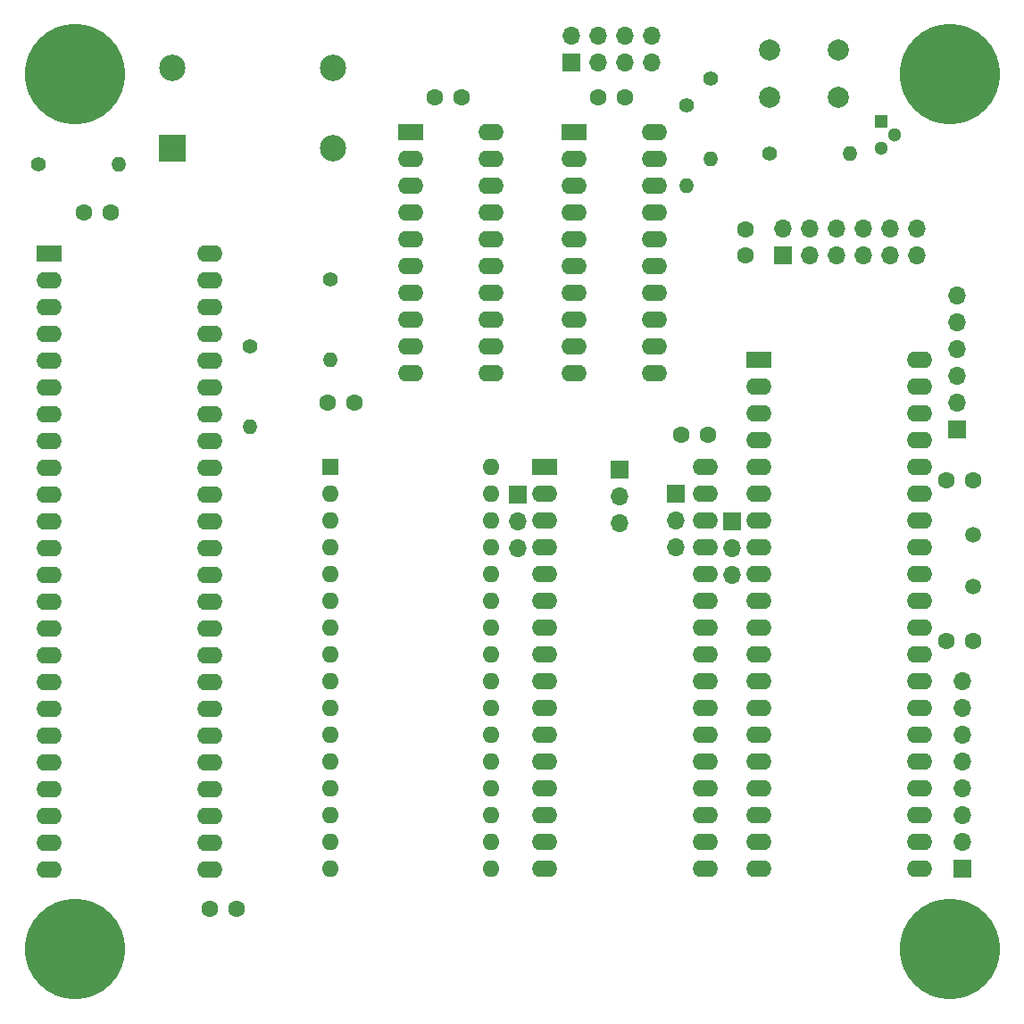
<source format=gbs>
G04 #@! TF.GenerationSoftware,KiCad,Pcbnew,(6.0.1)*
G04 #@! TF.CreationDate,2022-09-14T19:25:53-04:00*
G04 #@! TF.ProjectId,SIMPLE-68008,53494d50-4c45-42d3-9638-3030382e6b69,1*
G04 #@! TF.SameCoordinates,Original*
G04 #@! TF.FileFunction,Soldermask,Bot*
G04 #@! TF.FilePolarity,Negative*
%FSLAX46Y46*%
G04 Gerber Fmt 4.6, Leading zero omitted, Abs format (unit mm)*
G04 Created by KiCad (PCBNEW (6.0.1)) date 2022-09-14 19:25:53*
%MOMM*%
%LPD*%
G01*
G04 APERTURE LIST*
%ADD10R,1.700000X1.700000*%
%ADD11O,1.700000X1.700000*%
%ADD12R,2.400000X1.600000*%
%ADD13O,2.400000X1.600000*%
%ADD14C,1.600000*%
%ADD15C,1.400000*%
%ADD16O,1.400000X1.400000*%
%ADD17R,2.500000X2.500000*%
%ADD18C,2.500000*%
%ADD19C,9.525000*%
%ADD20C,1.500000*%
%ADD21R,1.300000X1.300000*%
%ADD22C,1.300000*%
%ADD23C,2.000000*%
%ADD24R,1.600000X1.600000*%
%ADD25O,1.600000X1.600000*%
G04 APERTURE END LIST*
D10*
X162306000Y-67569000D03*
D11*
X162306000Y-65029000D03*
X164846000Y-67569000D03*
X164846000Y-65029000D03*
X167386000Y-67569000D03*
X167386000Y-65029000D03*
X169926000Y-67569000D03*
X169926000Y-65029000D03*
X172466000Y-67569000D03*
X172466000Y-65029000D03*
X175006000Y-67569000D03*
X175006000Y-65029000D03*
D12*
X160040000Y-77475000D03*
D13*
X160040000Y-80015000D03*
X160040000Y-82555000D03*
X160040000Y-85095000D03*
X160040000Y-87635000D03*
X160040000Y-90175000D03*
X160040000Y-92715000D03*
X160040000Y-95255000D03*
X160040000Y-97795000D03*
X160040000Y-100335000D03*
X160040000Y-102875000D03*
X160040000Y-105415000D03*
X160040000Y-107955000D03*
X160040000Y-110495000D03*
X160040000Y-113035000D03*
X160040000Y-115575000D03*
X160040000Y-118115000D03*
X160040000Y-120655000D03*
X160040000Y-123195000D03*
X160040000Y-125735000D03*
X175280000Y-125735000D03*
X175280000Y-123195000D03*
X175280000Y-120655000D03*
X175280000Y-118115000D03*
X175280000Y-115575000D03*
X175280000Y-113035000D03*
X175280000Y-110495000D03*
X175280000Y-107955000D03*
X175280000Y-105415000D03*
X175280000Y-102875000D03*
X175280000Y-100335000D03*
X175280000Y-97795000D03*
X175280000Y-95255000D03*
X175280000Y-92715000D03*
X175280000Y-90175000D03*
X175280000Y-87635000D03*
X175280000Y-85095000D03*
X175280000Y-82555000D03*
X175280000Y-80015000D03*
X175280000Y-77475000D03*
D10*
X146812000Y-87884000D03*
D11*
X146812000Y-90424000D03*
X146812000Y-92964000D03*
D14*
X119146000Y-81534000D03*
X121646000Y-81534000D03*
D15*
X161036000Y-57912000D03*
D16*
X168656000Y-57912000D03*
D17*
X104394000Y-57404000D03*
D18*
X119634000Y-57404000D03*
X119634000Y-49784000D03*
X104394000Y-49784000D03*
D14*
X110490000Y-129540000D03*
X107990000Y-129540000D03*
D19*
X95150000Y-50350000D03*
D14*
X180340000Y-88900000D03*
X177840000Y-88900000D03*
D15*
X111760000Y-76200000D03*
D16*
X111760000Y-83820000D03*
D14*
X129306000Y-52578000D03*
X131806000Y-52578000D03*
D12*
X142504000Y-55885000D03*
D13*
X142504000Y-58425000D03*
X142504000Y-60965000D03*
X142504000Y-63505000D03*
X142504000Y-66045000D03*
X142504000Y-68585000D03*
X142504000Y-71125000D03*
X142504000Y-73665000D03*
X142504000Y-76205000D03*
X142504000Y-78745000D03*
X150124000Y-78745000D03*
X150124000Y-76205000D03*
X150124000Y-73665000D03*
X150124000Y-71125000D03*
X150124000Y-68585000D03*
X150124000Y-66045000D03*
X150124000Y-63505000D03*
X150124000Y-60965000D03*
X150124000Y-58425000D03*
X150124000Y-55885000D03*
D10*
X142250000Y-49281000D03*
D11*
X142250000Y-46741000D03*
X144790000Y-49281000D03*
X144790000Y-46741000D03*
X147330000Y-49281000D03*
X147330000Y-46741000D03*
X149870000Y-49281000D03*
X149870000Y-46741000D03*
D14*
X152674000Y-84582000D03*
X155174000Y-84582000D03*
D12*
X92730000Y-67320000D03*
D13*
X92730000Y-69860000D03*
X92730000Y-72400000D03*
X92730000Y-74940000D03*
X92730000Y-77480000D03*
X92730000Y-80020000D03*
X92730000Y-82560000D03*
X92730000Y-85100000D03*
X92730000Y-87640000D03*
X92730000Y-90180000D03*
X92730000Y-92720000D03*
X92730000Y-95260000D03*
X92730000Y-97800000D03*
X92730000Y-100340000D03*
X92730000Y-102880000D03*
X92730000Y-105420000D03*
X92730000Y-107960000D03*
X92730000Y-110500000D03*
X92730000Y-113040000D03*
X92730000Y-115580000D03*
X92730000Y-118120000D03*
X92730000Y-120660000D03*
X92730000Y-123200000D03*
X92730000Y-125740000D03*
X107970000Y-125740000D03*
X107970000Y-123200000D03*
X107970000Y-120660000D03*
X107970000Y-118120000D03*
X107970000Y-115580000D03*
X107970000Y-113040000D03*
X107970000Y-110500000D03*
X107970000Y-107960000D03*
X107970000Y-105420000D03*
X107970000Y-102880000D03*
X107970000Y-100340000D03*
X107970000Y-97800000D03*
X107970000Y-95260000D03*
X107970000Y-92720000D03*
X107970000Y-90180000D03*
X107970000Y-87640000D03*
X107970000Y-85100000D03*
X107970000Y-82560000D03*
X107970000Y-80020000D03*
X107970000Y-77480000D03*
X107970000Y-74940000D03*
X107970000Y-72400000D03*
X107970000Y-69860000D03*
X107970000Y-67320000D03*
D15*
X91694000Y-58928000D03*
D16*
X99314000Y-58928000D03*
D14*
X180340000Y-104140000D03*
X177840000Y-104140000D03*
X158750000Y-67544000D03*
X158750000Y-65044000D03*
D19*
X95150000Y-133350000D03*
D15*
X155448000Y-50800000D03*
D16*
X155448000Y-58420000D03*
D20*
X180340000Y-94070000D03*
X180340000Y-98950000D03*
D10*
X152146000Y-90170000D03*
D11*
X152146000Y-92710000D03*
X152146000Y-95250000D03*
D21*
X171598000Y-54864000D03*
D22*
X172868000Y-56134000D03*
X171598000Y-57404000D03*
D12*
X127010000Y-55885000D03*
D13*
X127010000Y-58425000D03*
X127010000Y-60965000D03*
X127010000Y-63505000D03*
X127010000Y-66045000D03*
X127010000Y-68585000D03*
X127010000Y-71125000D03*
X127010000Y-73665000D03*
X127010000Y-76205000D03*
X127010000Y-78745000D03*
X134630000Y-78745000D03*
X134630000Y-76205000D03*
X134630000Y-73665000D03*
X134630000Y-71125000D03*
X134630000Y-68585000D03*
X134630000Y-66045000D03*
X134630000Y-63505000D03*
X134630000Y-60965000D03*
X134630000Y-58425000D03*
X134630000Y-55885000D03*
D23*
X161088000Y-48042000D03*
X167588000Y-48042000D03*
X161088000Y-52542000D03*
X167588000Y-52542000D03*
D12*
X139720000Y-87630000D03*
D13*
X139720000Y-90170000D03*
X139720000Y-92710000D03*
X139720000Y-95250000D03*
X139720000Y-97790000D03*
X139720000Y-100330000D03*
X139720000Y-102870000D03*
X139720000Y-105410000D03*
X139720000Y-107950000D03*
X139720000Y-110490000D03*
X139720000Y-113030000D03*
X139720000Y-115570000D03*
X139720000Y-118110000D03*
X139720000Y-120650000D03*
X139720000Y-123190000D03*
X139720000Y-125730000D03*
X154960000Y-125730000D03*
X154960000Y-123190000D03*
X154960000Y-120650000D03*
X154960000Y-118110000D03*
X154960000Y-115570000D03*
X154960000Y-113030000D03*
X154960000Y-110490000D03*
X154960000Y-107950000D03*
X154960000Y-105410000D03*
X154960000Y-102870000D03*
X154960000Y-100330000D03*
X154960000Y-97790000D03*
X154960000Y-95250000D03*
X154960000Y-92710000D03*
X154960000Y-90170000D03*
X154960000Y-87630000D03*
D19*
X178150000Y-50350000D03*
D14*
X98532000Y-63500000D03*
X96032000Y-63500000D03*
D10*
X137160000Y-90195000D03*
D11*
X137160000Y-92735000D03*
X137160000Y-95275000D03*
D19*
X178150000Y-133350000D03*
D15*
X119380000Y-69850000D03*
D16*
X119380000Y-77470000D03*
D15*
X153162000Y-53340000D03*
D16*
X153162000Y-60960000D03*
D10*
X178816000Y-84074000D03*
D11*
X178816000Y-81534000D03*
X178816000Y-78994000D03*
X178816000Y-76454000D03*
X178816000Y-73914000D03*
X178816000Y-71374000D03*
D14*
X147300000Y-52578000D03*
X144800000Y-52578000D03*
D10*
X179324000Y-125730000D03*
D11*
X179324000Y-123190000D03*
X179324000Y-120650000D03*
X179324000Y-118110000D03*
X179324000Y-115570000D03*
X179324000Y-113030000D03*
X179324000Y-110490000D03*
X179324000Y-107950000D03*
D10*
X157480000Y-92725000D03*
D11*
X157480000Y-95265000D03*
X157480000Y-97805000D03*
D24*
X119375000Y-87630000D03*
D25*
X119375000Y-90170000D03*
X119375000Y-92710000D03*
X119375000Y-95250000D03*
X119375000Y-97790000D03*
X119375000Y-100330000D03*
X119375000Y-102870000D03*
X119375000Y-105410000D03*
X119375000Y-107950000D03*
X119375000Y-110490000D03*
X119375000Y-113030000D03*
X119375000Y-115570000D03*
X119375000Y-118110000D03*
X119375000Y-120650000D03*
X119375000Y-123190000D03*
X119375000Y-125730000D03*
X134615000Y-125730000D03*
X134615000Y-123190000D03*
X134615000Y-120650000D03*
X134615000Y-118110000D03*
X134615000Y-115570000D03*
X134615000Y-113030000D03*
X134615000Y-110490000D03*
X134615000Y-107950000D03*
X134615000Y-105410000D03*
X134615000Y-102870000D03*
X134615000Y-100330000D03*
X134615000Y-97790000D03*
X134615000Y-95250000D03*
X134615000Y-92710000D03*
X134615000Y-90170000D03*
X134615000Y-87630000D03*
M02*

</source>
